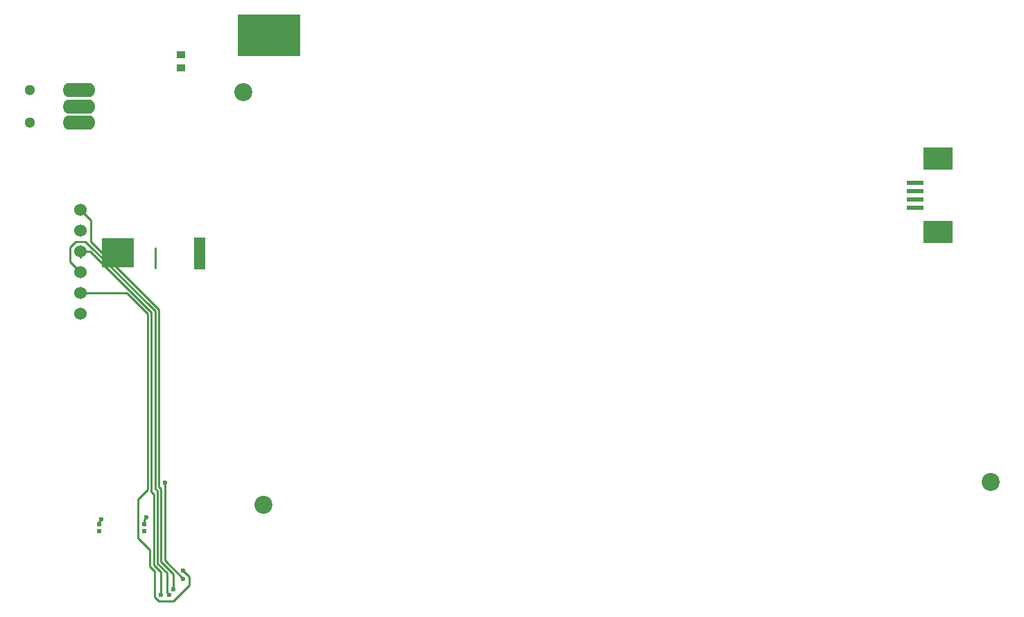
<source format=gbl>
G04 #@! TF.FileFunction,Copper,L2,Bot,Signal*
%FSLAX46Y46*%
G04 Gerber Fmt 4.6, Leading zero omitted, Abs format (unit mm)*
G04 Created by KiCad (PCBNEW 4.0.1-3.201512221402+6198~38~ubuntu14.04.1-stable) date Mon 18 Jan 2016 08:14:31 PM CET*
%MOMM*%
G01*
G04 APERTURE LIST*
%ADD10C,0.100000*%
%ADD11C,1.524000*%
%ADD12C,2.200000*%
%ADD13R,0.620000X0.620000*%
%ADD14R,1.000000X0.950000*%
%ADD15C,1.300000*%
%ADD16O,4.000000X1.750000*%
%ADD17R,1.350000X4.000000*%
%ADD18R,3.960000X3.560000*%
%ADD19R,7.620000X5.080000*%
%ADD20R,3.600000X2.680000*%
%ADD21R,2.000000X0.610000*%
%ADD22C,0.600000*%
%ADD23C,0.250000*%
G04 APERTURE END LIST*
D10*
D11*
X92700000Y-84150000D03*
X92700000Y-86690000D03*
X92700000Y-89230000D03*
X92700000Y-91770000D03*
X92700000Y-94310000D03*
X92700000Y-96850000D03*
D12*
X203900000Y-117400000D03*
X115050000Y-120200000D03*
X112550000Y-69750000D03*
D13*
X100500000Y-122550000D03*
X100500000Y-123450000D03*
X95000000Y-122550000D03*
X95000000Y-123450000D03*
D14*
X105000000Y-65200000D03*
X105000000Y-66800000D03*
D15*
X86500000Y-69500000D03*
D16*
X92500000Y-71500000D03*
X92500000Y-73500000D03*
X92500000Y-69500000D03*
D15*
X86500000Y-73500000D03*
D17*
X107275000Y-89500000D03*
D18*
X97300000Y-89420000D03*
D19*
X115700000Y-62800000D03*
D20*
X197400000Y-86840000D03*
D21*
X194600000Y-80850000D03*
X194600000Y-81850000D03*
X194600000Y-82850000D03*
X194600000Y-83850000D03*
D20*
X197400000Y-77860000D03*
D22*
X95250000Y-122000000D03*
X100750000Y-121750000D03*
X104000000Y-130500000D03*
X102500000Y-131250000D03*
X103500000Y-131250000D03*
X105250000Y-128250000D03*
X105250000Y-129250000D03*
X103000000Y-117500000D03*
D23*
X101799998Y-91250000D02*
X101799998Y-88799998D01*
X95250000Y-122000000D02*
X95000000Y-122250000D01*
X95000000Y-122250000D02*
X95000000Y-122550000D01*
X100500000Y-122000000D02*
X100500000Y-122550000D01*
X100750000Y-121750000D02*
X100500000Y-122000000D01*
X92700000Y-84150000D02*
X94000000Y-85450000D01*
X104000000Y-130500000D02*
X104000000Y-128636398D01*
X102549998Y-118299998D02*
X102250000Y-118000000D01*
X102549998Y-127186396D02*
X102549998Y-118299998D01*
X104000000Y-128636398D02*
X102549998Y-127186396D01*
X102250000Y-96313602D02*
X102250000Y-118000000D01*
X94000000Y-88063602D02*
X102250000Y-96313602D01*
X94000000Y-85450000D02*
X94000000Y-88063602D01*
X92700000Y-89230000D02*
X93893602Y-89230000D01*
X101349996Y-96686394D02*
X101349996Y-98100000D01*
X93893602Y-89230000D02*
X101349996Y-96686394D01*
X102500000Y-128409194D02*
X101649994Y-127559188D01*
X101649994Y-127559188D02*
X101649994Y-118899994D01*
X101649994Y-118899994D02*
X101349996Y-118599996D01*
X102500000Y-131250000D02*
X102500000Y-128409194D01*
X101349996Y-98100000D02*
X101349996Y-118599996D01*
X92700000Y-89230000D02*
X92700000Y-89950000D01*
X92700000Y-91770000D02*
X91400000Y-90470000D01*
X103250000Y-131000000D02*
X103250000Y-128522796D01*
X103250000Y-128522796D02*
X102099996Y-127372792D01*
X102099996Y-127372792D02*
X102099996Y-118486394D01*
X102099996Y-118486394D02*
X101799998Y-118186396D01*
X103500000Y-131250000D02*
X103250000Y-131000000D01*
X101799998Y-96499998D02*
X101799998Y-118186396D01*
X93300000Y-88000000D02*
X101799998Y-96499998D01*
X92100000Y-88000000D02*
X93300000Y-88000000D01*
X91400000Y-88700000D02*
X92100000Y-88000000D01*
X91400000Y-90470000D02*
X91400000Y-88700000D01*
X92700000Y-94310000D02*
X98337204Y-94310000D01*
X100899994Y-96872790D02*
X100899994Y-98300000D01*
X98337204Y-94310000D02*
X100899994Y-96872790D01*
X100899994Y-98300000D02*
X100899994Y-98599994D01*
X105250000Y-128250000D02*
X106000000Y-129000000D01*
X106000000Y-129000000D02*
X106000000Y-130000000D01*
X106000000Y-130000000D02*
X104000000Y-132000000D01*
X104000000Y-132000000D02*
X102250000Y-132000000D01*
X102250000Y-132000000D02*
X101750000Y-131500000D01*
X101750000Y-131500000D02*
X101750000Y-128295592D01*
X101750000Y-128295592D02*
X101199992Y-127745584D01*
X101199992Y-127745584D02*
X101199992Y-125699992D01*
X101199992Y-125699992D02*
X99750000Y-124250000D01*
X99750000Y-124250000D02*
X99750000Y-119500000D01*
X99750000Y-119500000D02*
X100899994Y-118350006D01*
X100899994Y-118350006D02*
X100899994Y-98599994D01*
X103000000Y-127000000D02*
X103000000Y-117500000D01*
X105250000Y-129250000D02*
X103000000Y-127000000D01*
M02*

</source>
